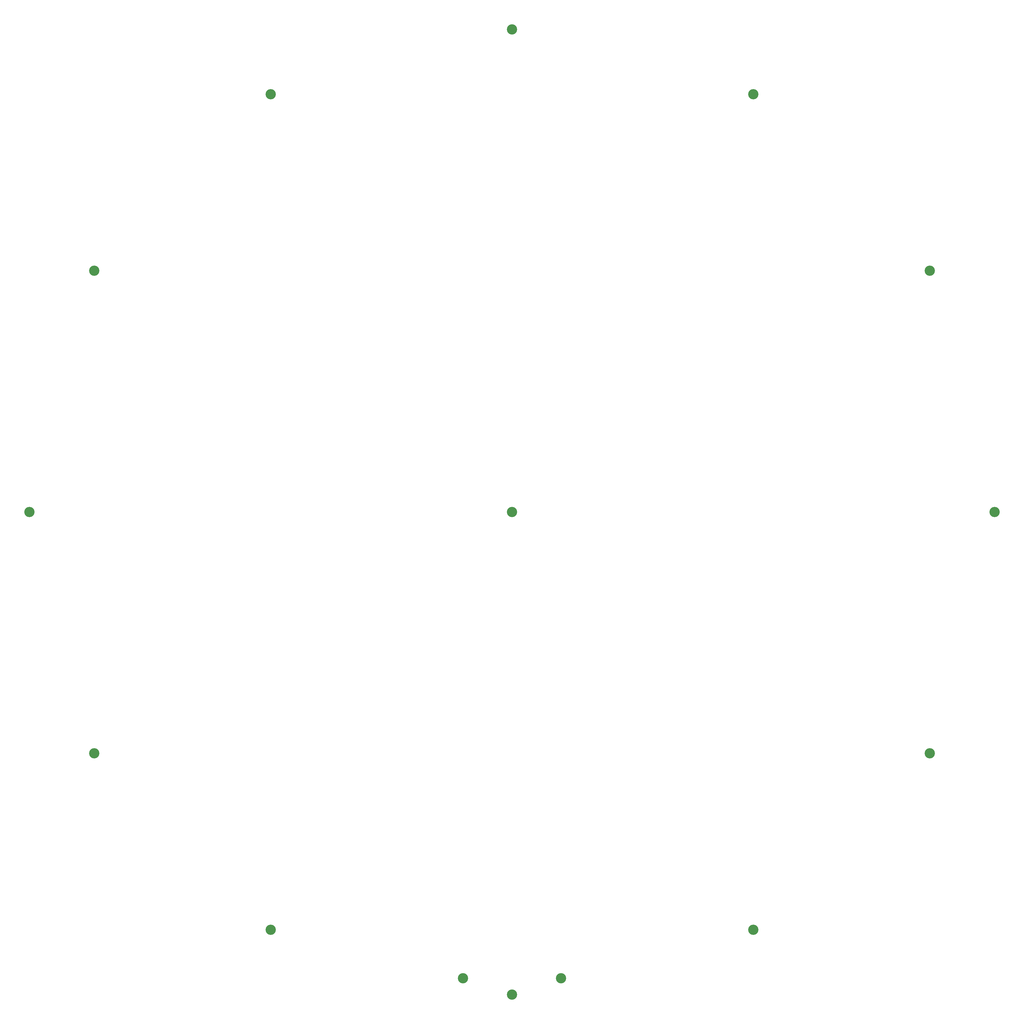
<source format=gbr>
G04 DipTrace 2.3.1.0*
%INTopMask  58742  REV 5  ONYX Blackpoint Engineering.gbr*%
%MOIN*%
%ADD36C,0.126*%
%FSLAX44Y44*%
G04*
G70*
G90*
G75*
G01*
%LNTopMask*%
%LPD*%
D36*
X5909Y64964D3*
X64964Y5909D3*
X124019Y64964D3*
X94491Y116107D3*
X35436D3*
X13820Y94491D3*
X64964Y64964D3*
X13820Y35436D3*
X35436Y13820D3*
X94491D3*
X116107Y35436D3*
Y94491D3*
X64964Y124019D3*
X70964Y7909D3*
X58964Y7904D3*
M02*

</source>
